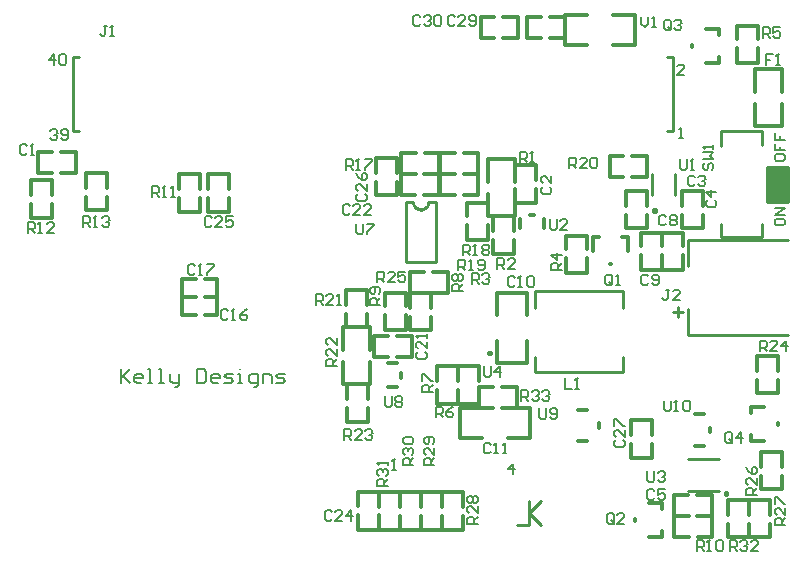
<source format=gto>
*%FSLAX23Y23*%
*%MOIN*%
G01*
%ADD11C,0.000*%
%ADD12C,0.001*%
%ADD13C,0.002*%
%ADD14C,0.006*%
%ADD15C,0.007*%
%ADD16C,0.007*%
%ADD17C,0.008*%
%ADD18C,0.010*%
%ADD19C,0.012*%
%ADD20C,0.015*%
%ADD21C,0.015*%
%ADD22C,0.018*%
%ADD23C,0.022*%
%ADD24C,0.024*%
%ADD25C,0.025*%
%ADD26C,0.029*%
%ADD27C,0.031*%
%ADD28C,0.031*%
%ADD29C,0.035*%
%ADD30C,0.035*%
%ADD31C,0.039*%
%ADD32C,0.039*%
%ADD33C,0.046*%
%ADD34C,0.050*%
%ADD35C,0.051*%
%ADD36C,0.051*%
%ADD37C,0.054*%
%ADD38C,0.055*%
%ADD39C,0.059*%
%ADD40C,0.059*%
%ADD41C,0.070*%
%ADD42C,0.074*%
%ADD43C,0.115*%
%ADD44C,0.135*%
%ADD45C,0.138*%
%ADD46C,0.138*%
%ADD47C,0.158*%
%ADD48C,0.158*%
%ADD49C,0.190*%
%ADD50C,0.194*%
%ADD51C,0.236*%
%ADD52C,0.240*%
%ADD53R,0.011X0.030*%
%ADD54R,0.012X0.030*%
%ADD55R,0.014X0.033*%
%ADD56R,0.014X0.037*%
%ADD57R,0.015X0.034*%
%ADD58R,0.016X0.034*%
%ADD59R,0.018X0.037*%
%ADD60R,0.018X0.041*%
%ADD61R,0.020X0.025*%
%ADD62R,0.021X0.021*%
%ADD63R,0.024X0.029*%
%ADD64R,0.025X0.020*%
%ADD65R,0.029X0.024*%
%ADD66R,0.030X0.011*%
%ADD67R,0.030X0.030*%
%ADD68R,0.031X0.031*%
%ADD69R,0.033X0.014*%
%ADD70R,0.034X0.015*%
%ADD71R,0.034X0.034*%
%ADD72R,0.035X0.035*%
%ADD73R,0.037X0.014*%
%ADD74R,0.037X0.018*%
%ADD75R,0.039X0.055*%
%ADD76R,0.039X0.014*%
%ADD77R,0.041X0.018*%
%ADD78R,0.043X0.059*%
%ADD79R,0.043X0.018*%
%ADD80R,0.047X0.055*%
%ADD81R,0.048X0.024*%
%ADD82R,0.050X0.023*%
%ADD83R,0.050X0.060*%
%ADD84R,0.050X0.135*%
%ADD85R,0.051X0.071*%
%ADD86R,0.051X0.059*%
%ADD87R,0.052X0.028*%
%ADD88R,0.054X0.027*%
%ADD89R,0.054X0.064*%
%ADD90R,0.054X0.139*%
%ADD91R,0.055X0.039*%
%ADD92R,0.055X0.075*%
%ADD93R,0.057X0.012*%
%ADD94R,0.057X0.067*%
%ADD95R,0.059X0.043*%
%ADD96R,0.060X0.060*%
%ADD97R,0.061X0.024*%
%ADD98R,0.061X0.051*%
%ADD99R,0.061X0.016*%
%ADD100R,0.061X0.071*%
%ADD101R,0.063X0.039*%
%ADD102R,0.064X0.064*%
%ADD103R,0.065X0.028*%
%ADD104R,0.065X0.055*%
%ADD105R,0.067X0.043*%
%ADD106R,0.085X0.030*%
%ADD107R,0.089X0.034*%
%ADD108R,0.094X0.030*%
%ADD109R,0.098X0.034*%
%ADD110R,0.104X0.104*%
%ADD111R,0.108X0.108*%
%ADD112R,0.116X0.138*%
%ADD113R,0.120X0.142*%
%ADD114R,0.134X0.059*%
%ADD115R,0.138X0.039*%
%ADD116R,0.138X0.063*%
%ADD117R,0.142X0.043*%
%ADD118R,0.169X0.169*%
%ADD119R,0.173X0.173*%
%ADD120R,0.250X0.250*%
D14*
X8997Y7594D02*
Y7639D01*
Y7609D02*
Y7594D01*
Y7609D02*
X9027Y7639D01*
X9004Y7616D01*
X9027Y7594D01*
X9049D02*
X9064D01*
X9049D02*
X9042Y7601D01*
Y7616D01*
X9049Y7624D01*
X9064D01*
X9072Y7616D01*
Y7609D01*
X9042D01*
X9087Y7594D02*
X9102D01*
X9094D01*
Y7639D01*
X9087D01*
X9124Y7594D02*
X9139D01*
X9132D01*
Y7639D01*
X9124D01*
X9162Y7624D02*
Y7601D01*
X9169Y7594D01*
X9192D01*
Y7587D01*
X9184Y7579D01*
X9177D01*
X9192Y7594D02*
Y7624D01*
X9252Y7639D02*
Y7594D01*
X9274D01*
X9282Y7601D01*
Y7631D01*
X9274Y7639D01*
X9252D01*
X9304Y7594D02*
X9319D01*
X9304D02*
X9297Y7601D01*
Y7616D01*
X9304Y7624D01*
X9319D01*
X9327Y7616D01*
Y7609D01*
X9297D01*
X9342Y7594D02*
X9364D01*
X9372Y7601D01*
X9364Y7609D01*
X9349D01*
X9342Y7616D01*
X9349Y7624D01*
X9372D01*
X9387Y7594D02*
X9402D01*
X9394D01*
Y7624D01*
X9387D01*
X9394Y7639D02*
X9395D01*
X9439Y7579D02*
X9447D01*
X9454Y7587D01*
Y7624D01*
X9432D01*
X9424Y7616D01*
Y7601D01*
X9432Y7594D01*
X9454D01*
X9469D02*
Y7624D01*
X9492D01*
X9499Y7616D01*
Y7594D01*
X9514D02*
X9537D01*
X9544Y7601D01*
X9537Y7609D01*
X9522D01*
X9514Y7616D01*
X9522Y7624D01*
X9544D01*
X8774Y8654D02*
Y8689D01*
X8757Y8671D01*
X8780D01*
X8792Y8683D02*
X8798Y8689D01*
X8809D01*
X8815Y8683D01*
Y8660D01*
X8809Y8654D01*
X8798D01*
X8792Y8660D01*
Y8683D01*
X8768Y8439D02*
X8762Y8433D01*
X8768Y8439D02*
X8779D01*
X8785Y8433D01*
Y8427D01*
X8786D01*
X8785D02*
X8786D01*
X8785D02*
X8786D01*
X8785D02*
X8779Y8421D01*
X8774D01*
X8779D01*
X8785Y8416D01*
Y8410D01*
X8779Y8404D01*
X8768D01*
X8762Y8410D01*
X8797D02*
X8803Y8404D01*
X8814D01*
X8820Y8410D01*
Y8433D01*
X8814Y8439D01*
X8803D01*
X8797Y8433D01*
Y8427D01*
X8803Y8421D01*
X8820D01*
X10852Y8619D02*
X10875D01*
X10852D02*
X10875Y8642D01*
Y8648D01*
X10869Y8654D01*
X10858D01*
X10852Y8648D01*
X10857Y8409D02*
X10869D01*
X10863D01*
Y8444D01*
X10864D01*
X10863D02*
X10857Y8438D01*
X11176Y8350D02*
Y8339D01*
X11182Y8333D01*
X11205D01*
X11211Y8339D01*
Y8350D01*
X11205Y8356D01*
X11182D01*
X11176Y8350D01*
Y8368D02*
Y8391D01*
Y8368D02*
X11194D01*
Y8380D01*
Y8368D01*
X11211D01*
X11176Y8403D02*
Y8426D01*
Y8403D02*
X11194D01*
Y8415D01*
Y8403D01*
X11211D01*
X11176Y8135D02*
Y8124D01*
X11182Y8118D01*
X11205D01*
X11211Y8124D01*
Y8135D01*
X11205Y8141D01*
X11182D01*
X11176Y8135D01*
Y8153D02*
X11211D01*
Y8176D02*
X11176Y8153D01*
Y8176D02*
X11211D01*
X10304Y7324D02*
Y7289D01*
X10287Y7306D02*
X10304Y7324D01*
X10310Y7306D02*
X10287D01*
X9914Y7304D02*
X9902D01*
X9908D02*
X9914D01*
X9908D02*
Y7339D01*
X9909D01*
X9908D02*
X9902Y7333D01*
X10769Y7239D02*
X10775Y7233D01*
X10769Y7239D02*
X10758D01*
X10752Y7233D01*
Y7210D01*
X10758Y7204D01*
X10769D01*
X10775Y7210D01*
X10787Y7239D02*
X10810D01*
X10787D02*
Y7221D01*
X10799Y7227D01*
X10804D01*
X10810Y7221D01*
Y7210D01*
X10804Y7204D01*
X10793D01*
X10787Y7210D01*
X10917Y7069D02*
Y7034D01*
Y7069D02*
X10934D01*
X10940Y7063D01*
Y7051D01*
X10934Y7046D01*
X10917D01*
X10929D02*
X10940Y7034D01*
X10952D02*
X10964D01*
X10958D01*
Y7069D01*
X10959D01*
X10958D02*
X10952Y7063D01*
X10981D02*
X10987Y7069D01*
X10999D01*
X11004Y7063D01*
Y7040D01*
X10999Y7034D01*
X10987D01*
X10981Y7040D01*
Y7063D01*
X11027Y7069D02*
Y7034D01*
Y7069D02*
X11044D01*
X11050Y7063D01*
Y7051D01*
X11044Y7046D01*
X11027D01*
X11039D02*
X11050Y7034D01*
X11062Y7063D02*
X11068Y7069D01*
X11079D01*
X11085Y7063D01*
Y7057D01*
X11086D01*
X11085D02*
X11086D01*
X11085D02*
X11086D01*
X11085D02*
X11079Y7051D01*
X11074D01*
X11079D01*
X11085Y7046D01*
Y7040D01*
X11079Y7034D01*
X11068D01*
X11062Y7040D01*
X11097Y7034D02*
X11120D01*
X11097D02*
X11120Y7057D01*
Y7063D01*
X11114Y7069D01*
X11103D01*
X11097Y7063D01*
X11177Y7119D02*
X11212D01*
X11177D02*
Y7136D01*
X11183Y7142D01*
X11195D01*
X11200Y7136D01*
Y7119D01*
Y7131D02*
X11212Y7142D01*
Y7154D02*
Y7177D01*
Y7154D02*
X11189Y7177D01*
X11183D01*
X11177Y7171D01*
Y7160D01*
X11183Y7154D01*
X11177Y7189D02*
Y7212D01*
X11183D01*
X11206Y7189D01*
X11212D01*
X10937Y8321D02*
X10943Y8327D01*
X10937Y8321D02*
Y8310D01*
X10943Y8304D01*
X10949D01*
X10955Y8310D01*
Y8321D01*
X10960Y8327D01*
X10966D01*
X10972Y8321D01*
Y8310D01*
X10966Y8304D01*
X10972Y8339D02*
X10937D01*
X10960Y8351D02*
X10972Y8339D01*
X10960Y8351D02*
X10972Y8362D01*
X10937D01*
X10972Y8374D02*
Y8386D01*
Y8380D01*
X10937D01*
X10938D01*
X10937D02*
X10943Y8374D01*
X10825Y7904D02*
X10814D01*
X10819D01*
Y7875D01*
X10814Y7869D01*
X10808D01*
X10802Y7875D01*
X10837Y7869D02*
X10860D01*
X10837D02*
X10860Y7892D01*
Y7898D01*
X10854Y7904D01*
X10843D01*
X10837Y7898D01*
X11127Y7734D02*
Y7699D01*
Y7734D02*
X11144D01*
X11150Y7728D01*
Y7716D01*
X11144Y7711D01*
X11127D01*
X11139D02*
X11150Y7699D01*
X11162D02*
X11185D01*
X11162D02*
X11185Y7722D01*
Y7728D01*
X11179Y7734D01*
X11168D01*
X11162Y7728D01*
X11214Y7734D02*
Y7699D01*
X11197Y7716D02*
X11214Y7734D01*
X11220Y7716D02*
X11197D01*
X11035Y7423D02*
Y7400D01*
Y7423D02*
X11029Y7429D01*
X11018D01*
X11012Y7423D01*
Y7400D01*
X11018Y7394D01*
X11029D01*
X11035D02*
X11024Y7406D01*
X11029Y7394D02*
X11035Y7400D01*
X11064Y7394D02*
Y7429D01*
X11047Y7411D01*
X11070D01*
X11082Y7219D02*
X11117D01*
X11082D02*
Y7236D01*
X11088Y7242D01*
X11100D01*
X11105Y7236D01*
Y7219D01*
Y7231D02*
X11117Y7242D01*
Y7254D02*
Y7277D01*
Y7254D02*
X11094Y7277D01*
X11088D01*
X11082Y7271D01*
Y7260D01*
X11088Y7254D01*
Y7301D02*
X11082Y7312D01*
X11088Y7301D02*
X11100Y7289D01*
X11111D01*
X11117Y7295D01*
Y7306D01*
X11111Y7312D01*
X11105D01*
X11100Y7306D01*
Y7289D01*
X10752Y7299D02*
Y7270D01*
X10758Y7264D01*
X10769D01*
X10775Y7270D01*
Y7299D01*
X10787Y7293D02*
X10793Y7299D01*
X10804D01*
X10810Y7293D01*
Y7287D01*
X10811D01*
X10810D02*
X10811D01*
X10810D02*
X10811D01*
X10810D02*
X10804Y7281D01*
X10799D01*
X10804D01*
X10810Y7276D01*
Y7270D01*
X10804Y7264D01*
X10793D01*
X10787Y7270D01*
X10807Y7505D02*
Y7534D01*
Y7505D02*
X10813Y7499D01*
X10824D01*
X10830Y7505D01*
Y7534D01*
X10842Y7499D02*
X10854D01*
X10848D01*
Y7534D01*
X10849D01*
X10848D02*
X10842Y7528D01*
X10871D02*
X10877Y7534D01*
X10889D01*
X10894Y7528D01*
Y7505D01*
X10889Y7499D01*
X10877D01*
X10871Y7505D01*
Y7528D01*
X10648Y7402D02*
X10642Y7396D01*
Y7385D01*
X10648Y7379D01*
X10671D01*
X10677Y7385D01*
Y7396D01*
X10671Y7402D01*
X10677Y7414D02*
Y7437D01*
Y7414D02*
X10654Y7437D01*
X10648D01*
X10642Y7431D01*
Y7420D01*
X10648Y7414D01*
X10642Y7449D02*
Y7472D01*
X10648D01*
X10671Y7449D01*
X10677D01*
X10640Y7153D02*
Y7130D01*
Y7153D02*
X10634Y7159D01*
X10623D01*
X10617Y7153D01*
Y7130D01*
X10623Y7124D01*
X10634D01*
X10640D02*
X10629Y7136D01*
X10634Y7124D02*
X10640Y7130D01*
X10652Y7124D02*
X10675D01*
X10652D02*
X10675Y7147D01*
Y7153D01*
X10669Y7159D01*
X10658D01*
X10652Y7153D01*
X9700Y7163D02*
X9694Y7169D01*
X9683D01*
X9677Y7163D01*
Y7140D01*
X9683Y7134D01*
X9694D01*
X9700Y7140D01*
X9712Y7134D02*
X9735D01*
X9712D02*
X9735Y7157D01*
Y7163D01*
X9729Y7169D01*
X9718D01*
X9712Y7163D01*
X9764Y7169D02*
Y7134D01*
X9747Y7151D02*
X9764Y7169D01*
X9770Y7151D02*
X9747D01*
X9852Y7249D02*
X9887D01*
X9852D02*
Y7266D01*
X9858Y7272D01*
X9870D01*
X9875Y7266D01*
Y7249D01*
Y7261D02*
X9887Y7272D01*
X9858Y7284D02*
X9852Y7290D01*
Y7301D01*
X9858Y7307D01*
X9864D01*
X9865D01*
X9864D02*
X9865D01*
X9864D02*
X9865D01*
X9864D02*
X9870Y7301D01*
Y7296D01*
Y7301D01*
X9875Y7307D01*
X9881D01*
X9887Y7301D01*
Y7290D01*
X9881Y7284D01*
X9887Y7319D02*
Y7331D01*
Y7325D01*
X9852D01*
X9853D01*
X9852D02*
X9858Y7319D01*
X10152Y7124D02*
X10187D01*
X10152D02*
Y7141D01*
X10158Y7147D01*
X10170D01*
X10175Y7141D01*
Y7124D01*
Y7136D02*
X10187Y7147D01*
Y7159D02*
Y7182D01*
Y7159D02*
X10164Y7182D01*
X10158D01*
X10152Y7176D01*
Y7165D01*
X10158Y7159D01*
Y7194D02*
X10152Y7200D01*
Y7211D01*
X10158Y7217D01*
X10164D01*
X10170Y7211D01*
X10175Y7217D01*
X10181D01*
X10187Y7211D01*
Y7200D01*
X10181Y7194D01*
X10175D01*
X10170Y7200D01*
X10164Y7194D01*
X10158D01*
X10170Y7200D02*
Y7211D01*
X10042Y7319D02*
X10007D01*
Y7336D01*
X10013Y7342D01*
X10025D01*
X10030Y7336D01*
Y7319D01*
Y7331D02*
X10042Y7342D01*
Y7354D02*
Y7377D01*
Y7354D02*
X10019Y7377D01*
X10013D01*
X10007Y7371D01*
Y7360D01*
X10013Y7354D01*
X10036Y7389D02*
X10042Y7395D01*
Y7406D01*
X10036Y7412D01*
X10013D01*
X10007Y7406D01*
Y7395D01*
X10013Y7389D01*
X10019D01*
X10025Y7395D01*
Y7412D01*
X9972Y7319D02*
X9937D01*
Y7336D01*
X9943Y7342D01*
X9955D01*
X9960Y7336D01*
Y7319D01*
Y7331D02*
X9972Y7342D01*
X9943Y7354D02*
X9937Y7360D01*
Y7371D01*
X9943Y7377D01*
X9949D01*
X9950D01*
X9949D02*
X9950D01*
X9949D02*
X9950D01*
X9949D02*
X9955Y7371D01*
Y7366D01*
Y7371D01*
X9960Y7377D01*
X9966D01*
X9972Y7371D01*
Y7360D01*
X9966Y7354D01*
X9943Y7389D02*
X9937Y7395D01*
Y7406D01*
X9943Y7412D01*
X9966D01*
X9972Y7406D01*
Y7395D01*
X9966Y7389D01*
X9943D01*
X10002Y7564D02*
X10037D01*
X10002D02*
Y7581D01*
X10008Y7587D01*
X10020D01*
X10025Y7581D01*
Y7564D01*
Y7576D02*
X10037Y7587D01*
X10002Y7599D02*
Y7622D01*
X10008D01*
X10031Y7599D01*
X10037D01*
X10047Y7514D02*
Y7479D01*
Y7514D02*
X10064D01*
X10070Y7508D01*
Y7496D01*
X10064Y7491D01*
X10047D01*
X10059D02*
X10070Y7479D01*
X10094Y7508D02*
X10105Y7514D01*
X10094Y7508D02*
X10082Y7496D01*
Y7485D01*
X10088Y7479D01*
X10099D01*
X10105Y7485D01*
Y7491D01*
X10099Y7496D01*
X10082D01*
X10332Y7534D02*
Y7569D01*
X10349D01*
X10355Y7563D01*
Y7551D01*
X10349Y7546D01*
X10332D01*
X10344D02*
X10355Y7534D01*
X10367Y7563D02*
X10373Y7569D01*
X10384D01*
X10390Y7563D01*
Y7557D01*
X10391D01*
X10390D02*
X10391D01*
X10390D02*
X10391D01*
X10390D02*
X10384Y7551D01*
X10379D01*
X10384D01*
X10390Y7546D01*
Y7540D01*
X10384Y7534D01*
X10373D01*
X10367Y7540D01*
X10402Y7563D02*
X10408Y7569D01*
X10419D01*
X10425Y7563D01*
Y7557D01*
X10426D01*
X10425D02*
X10426D01*
X10425D02*
X10426D01*
X10425D02*
X10419Y7551D01*
X10414D01*
X10419D01*
X10425Y7546D01*
Y7540D01*
X10419Y7534D01*
X10408D01*
X10402Y7540D01*
X10229Y7387D02*
X10223Y7393D01*
X10212D01*
X10206Y7387D01*
Y7364D01*
X10212Y7358D01*
X10223D01*
X10229Y7364D01*
X10241Y7358D02*
X10253D01*
X10247D01*
Y7393D01*
X10248D01*
X10247D02*
X10241Y7387D01*
X10270Y7358D02*
X10282D01*
X10276D01*
Y7393D01*
X10277D01*
X10276D02*
X10270Y7387D01*
X10392Y7480D02*
Y7509D01*
Y7480D02*
X10398Y7474D01*
X10409D01*
X10415Y7480D01*
Y7509D01*
X10427Y7480D02*
X10433Y7474D01*
X10444D01*
X10450Y7480D01*
Y7503D01*
X10444Y7509D01*
X10433D01*
X10427Y7503D01*
Y7497D01*
X10433Y7491D01*
X10450D01*
X10477Y7574D02*
Y7609D01*
Y7574D02*
X10500D01*
X10512D02*
X10524D01*
X10518D01*
Y7609D01*
X10519D01*
X10518D02*
X10512Y7603D01*
X10310Y7943D02*
X10304Y7949D01*
X10293D01*
X10287Y7943D01*
Y7920D01*
X10293Y7914D01*
X10304D01*
X10310Y7920D01*
X10322Y7914D02*
X10334D01*
X10328D01*
Y7949D01*
X10329D01*
X10328D02*
X10322Y7943D01*
X10351D02*
X10357Y7949D01*
X10369D01*
X10374Y7943D01*
Y7920D01*
X10369Y7914D01*
X10357D01*
X10351Y7920D01*
Y7943D01*
X10207Y7649D02*
Y7620D01*
X10213Y7614D01*
X10224D01*
X10230Y7620D01*
Y7649D01*
X10259D02*
Y7614D01*
X10242Y7631D02*
X10259Y7649D01*
X10265Y7631D02*
X10242D01*
X8686Y8093D02*
Y8128D01*
X8703D01*
X8709Y8122D01*
Y8110D01*
X8703Y8105D01*
X8686D01*
X8698D02*
X8709Y8093D01*
X8721D02*
X8733D01*
X8727D01*
Y8128D01*
X8728D01*
X8727D02*
X8721Y8122D01*
X8750Y8093D02*
X8773D01*
X8750D02*
X8773Y8116D01*
Y8122D01*
X8768Y8128D01*
X8756D01*
X8750Y8122D01*
X8684Y8382D02*
X8678Y8388D01*
X8667D01*
X8661Y8382D01*
Y8359D01*
X8667Y8353D01*
X8678D01*
X8684Y8359D01*
X8696Y8353D02*
X8708D01*
X8702D01*
Y8388D01*
X8703D01*
X8702D02*
X8696Y8382D01*
X8871Y8148D02*
Y8113D01*
Y8148D02*
X8888D01*
X8894Y8142D01*
Y8130D01*
X8888Y8125D01*
X8871D01*
X8883D02*
X8894Y8113D01*
X8906D02*
X8918D01*
X8912D01*
Y8148D01*
X8913D01*
X8912D02*
X8906Y8142D01*
X8935D02*
X8941Y8148D01*
X8953D01*
X8958Y8142D01*
Y8136D01*
X8959D01*
X8958D02*
X8959D01*
X8958D02*
X8959D01*
X8958D02*
X8953Y8130D01*
X8947D01*
X8953D01*
X8958Y8125D01*
Y8119D01*
X8953Y8113D01*
X8941D01*
X8935Y8119D01*
X9101Y8213D02*
Y8248D01*
X9118D01*
X9124Y8242D01*
Y8230D01*
X9118Y8225D01*
X9101D01*
X9113D02*
X9124Y8213D01*
X9136D02*
X9148D01*
X9142D01*
Y8248D01*
X9143D01*
X9142D02*
X9136Y8242D01*
X9165Y8213D02*
X9177D01*
X9171D01*
Y8248D01*
X9172D01*
X9171D02*
X9165Y8242D01*
X9293Y8148D02*
X9299Y8142D01*
X9293Y8148D02*
X9282D01*
X9276Y8142D01*
Y8119D01*
X9282Y8113D01*
X9293D01*
X9299Y8119D01*
X9311Y8113D02*
X9334D01*
X9311D02*
X9334Y8136D01*
Y8142D01*
X9328Y8148D01*
X9317D01*
X9311Y8142D01*
X9346Y8148D02*
X9369D01*
X9346D02*
Y8130D01*
X9358Y8136D01*
X9363D01*
X9369Y8130D01*
Y8119D01*
X9363Y8113D01*
X9352D01*
X9346Y8119D01*
X9827Y7854D02*
X9862D01*
X9827D02*
Y7871D01*
X9833Y7877D01*
X9845D01*
X9850Y7871D01*
Y7854D01*
Y7866D02*
X9862Y7877D01*
X9856Y7889D02*
X9862Y7895D01*
Y7906D01*
X9856Y7912D01*
X9833D01*
X9827Y7906D01*
Y7895D01*
X9833Y7889D01*
X9839D01*
X9845Y7895D01*
Y7912D01*
X10102Y7899D02*
X10137D01*
X10102D02*
Y7916D01*
X10108Y7922D01*
X10120D01*
X10125Y7916D01*
Y7899D01*
Y7911D02*
X10137Y7922D01*
X10108Y7934D02*
X10102Y7940D01*
Y7951D01*
X10108Y7957D01*
X10114D01*
X10120Y7951D01*
X10125Y7957D01*
X10131D01*
X10137Y7951D01*
Y7940D01*
X10131Y7934D01*
X10125D01*
X10120Y7940D01*
X10114Y7934D01*
X10108D01*
X10120Y7940D02*
Y7951D01*
X9852Y7964D02*
Y7929D01*
Y7964D02*
X9869D01*
X9875Y7958D01*
Y7946D01*
X9869Y7941D01*
X9852D01*
X9864D02*
X9875Y7929D01*
X9887D02*
X9910D01*
X9887D02*
X9910Y7952D01*
Y7958D01*
X9904Y7964D01*
X9893D01*
X9887Y7958D01*
X9922Y7964D02*
X9945D01*
X9922D02*
Y7946D01*
X9934Y7952D01*
X9939D01*
X9945Y7946D01*
Y7935D01*
X9939Y7929D01*
X9928D01*
X9922Y7935D01*
X9995Y8813D02*
X9989Y8819D01*
X9978D01*
X9972Y8813D01*
Y8790D01*
X9978Y8784D01*
X9989D01*
X9995Y8790D01*
X10007Y8813D02*
X10013Y8819D01*
X10024D01*
X10030Y8813D01*
Y8807D01*
X10031D01*
X10030D02*
X10031D01*
X10030D02*
X10031D01*
X10030D02*
X10024Y8801D01*
X10019D01*
X10024D01*
X10030Y8796D01*
Y8790D01*
X10024Y8784D01*
X10013D01*
X10007Y8790D01*
X10042Y8813D02*
X10048Y8819D01*
X10059D01*
X10065Y8813D01*
Y8790D01*
X10059Y8784D01*
X10048D01*
X10042Y8790D01*
Y8813D01*
X10104Y8819D02*
X10110Y8813D01*
X10104Y8819D02*
X10093D01*
X10087Y8813D01*
Y8790D01*
X10093Y8784D01*
X10104D01*
X10110Y8790D01*
X10122Y8784D02*
X10145D01*
X10122D02*
X10145Y8807D01*
Y8813D01*
X10139Y8819D01*
X10128D01*
X10122Y8813D01*
X10157Y8790D02*
X10163Y8784D01*
X10174D01*
X10180Y8790D01*
Y8813D01*
X10174Y8819D01*
X10163D01*
X10157Y8813D01*
Y8807D01*
X10163Y8801D01*
X10180D01*
X10732Y8791D02*
Y8814D01*
Y8791D02*
X10744Y8779D01*
X10755Y8791D01*
Y8814D01*
X10767Y8779D02*
X10779D01*
X10773D01*
Y8814D01*
X10774D01*
X10773D02*
X10767Y8808D01*
X10830Y8798D02*
Y8775D01*
Y8798D02*
X10824Y8804D01*
X10813D01*
X10807Y8798D01*
Y8775D01*
X10813Y8769D01*
X10824D01*
X10830D02*
X10819Y8781D01*
X10824Y8769D02*
X10830Y8775D01*
X10842Y8798D02*
X10848Y8804D01*
X10859D01*
X10865Y8798D01*
Y8792D01*
X10866D01*
X10865D02*
X10866D01*
X10865D02*
X10866D01*
X10865D02*
X10859Y8786D01*
X10854D01*
X10859D01*
X10865Y8781D01*
Y8775D01*
X10859Y8769D01*
X10848D01*
X10842Y8775D01*
X11137Y8779D02*
Y8744D01*
Y8779D02*
X11154D01*
X11160Y8773D01*
Y8761D01*
X11154Y8756D01*
X11137D01*
X11149D02*
X11160Y8744D01*
X11172Y8779D02*
X11195D01*
X11172D02*
Y8761D01*
X11184Y8767D01*
X11189D01*
X11195Y8761D01*
Y8750D01*
X11189Y8744D01*
X11178D01*
X11172Y8750D01*
X11170Y8689D02*
X11147D01*
Y8671D01*
X11159D01*
X11147D01*
Y8654D01*
X11182D02*
X11194D01*
X11188D01*
Y8689D01*
X11189D01*
X11188D02*
X11182Y8683D01*
X8950Y8784D02*
X8939D01*
X8944D01*
Y8755D01*
X8939Y8749D01*
X8933D01*
X8927Y8755D01*
X8962Y8749D02*
X8974D01*
X8968D01*
Y8784D01*
X8969D01*
X8968D02*
X8962Y8778D01*
X10492Y8344D02*
Y8309D01*
Y8344D02*
X10509D01*
X10515Y8338D01*
Y8326D01*
X10509Y8321D01*
X10492D01*
X10504D02*
X10515Y8309D01*
X10527D02*
X10550D01*
X10527D02*
X10550Y8332D01*
Y8338D01*
X10544Y8344D01*
X10533D01*
X10527Y8338D01*
X10562D02*
X10568Y8344D01*
X10579D01*
X10585Y8338D01*
Y8315D01*
X10579Y8309D01*
X10568D01*
X10562Y8315D01*
Y8338D01*
X10904Y8284D02*
X10910Y8278D01*
X10904Y8284D02*
X10893D01*
X10887Y8278D01*
Y8255D01*
X10893Y8249D01*
X10904D01*
X10910Y8255D01*
X10922Y8278D02*
X10928Y8284D01*
X10939D01*
X10945Y8278D01*
Y8272D01*
X10946D01*
X10945D02*
X10946D01*
X10945D02*
X10946D01*
X10945D02*
X10939Y8266D01*
X10934D01*
X10939D01*
X10945Y8261D01*
Y8255D01*
X10939Y8249D01*
X10928D01*
X10922Y8255D01*
X10861Y8309D02*
Y8338D01*
Y8309D02*
X10867Y8303D01*
X10878D01*
X10884Y8309D01*
Y8338D01*
X10896Y8303D02*
X10908D01*
X10902D01*
Y8338D01*
X10903D01*
X10902D02*
X10896Y8332D01*
X10953Y8202D02*
X10947Y8196D01*
Y8185D01*
X10953Y8179D01*
X10976D01*
X10982Y8185D01*
Y8196D01*
X10976Y8202D01*
X10982Y8231D02*
X10947D01*
X10965Y8214D01*
Y8237D01*
X10814Y8147D02*
X10808Y8153D01*
X10797D01*
X10791Y8147D01*
Y8124D01*
X10797Y8118D01*
X10808D01*
X10814Y8124D01*
X10826Y8147D02*
X10832Y8153D01*
X10843D01*
X10849Y8147D01*
Y8141D01*
X10843Y8135D01*
X10849Y8130D01*
Y8124D01*
X10843Y8118D01*
X10832D01*
X10826Y8124D01*
Y8130D01*
X10832Y8135D01*
X10826Y8141D01*
Y8147D01*
X10832Y8135D02*
X10843D01*
X10749Y7954D02*
X10755Y7948D01*
X10749Y7954D02*
X10738D01*
X10732Y7948D01*
Y7925D01*
X10738Y7919D01*
X10749D01*
X10755Y7925D01*
X10767D02*
X10773Y7919D01*
X10784D01*
X10790Y7925D01*
Y7948D01*
X10784Y7954D01*
X10773D01*
X10767Y7948D01*
Y7942D01*
X10773Y7936D01*
X10790D01*
X10635Y7925D02*
Y7948D01*
X10629Y7954D01*
X10618D01*
X10612Y7948D01*
Y7925D01*
X10618Y7919D01*
X10629D01*
X10635D02*
X10624Y7931D01*
X10629Y7919D02*
X10635Y7925D01*
X10647Y7919D02*
X10659D01*
X10653D01*
Y7954D01*
X10654D01*
X10653D02*
X10647Y7948D01*
X10467Y7969D02*
X10432D01*
Y7986D01*
X10438Y7992D01*
X10450D01*
X10455Y7986D01*
Y7969D01*
Y7981D02*
X10467Y7992D01*
Y8021D02*
X10432D01*
X10450Y8004D01*
Y8027D01*
X10252Y8009D02*
Y7974D01*
Y8009D02*
X10269D01*
X10275Y8003D01*
Y7991D01*
X10269Y7986D01*
X10252D01*
X10264D02*
X10275Y7974D01*
X10287D02*
X10310D01*
X10287D02*
X10310Y7997D01*
Y8003D01*
X10304Y8009D01*
X10293D01*
X10287Y8003D01*
X10427Y8110D02*
Y8139D01*
Y8110D02*
X10433Y8104D01*
X10444D01*
X10450Y8110D01*
Y8139D01*
X10462Y8104D02*
X10485D01*
X10462D02*
X10485Y8127D01*
Y8133D01*
X10479Y8139D01*
X10468D01*
X10462Y8133D01*
X10397Y8241D02*
X10403Y8247D01*
X10397Y8241D02*
Y8230D01*
X10403Y8224D01*
X10426D01*
X10432Y8230D01*
Y8241D01*
X10426Y8247D01*
X10432Y8259D02*
Y8282D01*
Y8259D02*
X10409Y8282D01*
X10403D01*
X10397Y8276D01*
Y8265D01*
X10403Y8259D01*
X10327Y8329D02*
Y8364D01*
X10344D01*
X10350Y8358D01*
Y8346D01*
X10344Y8341D01*
X10327D01*
X10339D02*
X10350Y8329D01*
X10362D02*
X10374D01*
X10368D01*
Y8364D01*
X10369D01*
X10368D02*
X10362Y8358D01*
X10167Y7959D02*
Y7924D01*
Y7959D02*
X10184D01*
X10190Y7953D01*
Y7941D01*
X10184Y7936D01*
X10167D01*
X10179D02*
X10190Y7924D01*
X10202Y7953D02*
X10208Y7959D01*
X10219D01*
X10225Y7953D01*
Y7947D01*
X10226D01*
X10225D02*
X10226D01*
X10225D02*
X10226D01*
X10225D02*
X10219Y7941D01*
X10214D01*
X10219D01*
X10225Y7936D01*
Y7930D01*
X10219Y7924D01*
X10208D01*
X10202Y7930D01*
X10122Y7969D02*
Y8004D01*
X10139D01*
X10145Y7998D01*
Y7986D01*
X10139Y7981D01*
X10122D01*
X10134D02*
X10145Y7969D01*
X10157D02*
X10169D01*
X10163D01*
Y8004D01*
X10164D01*
X10163D02*
X10157Y7998D01*
X10186Y7975D02*
X10192Y7969D01*
X10204D01*
X10209Y7975D01*
Y7998D01*
X10204Y8004D01*
X10192D01*
X10186Y7998D01*
Y7992D01*
X10192Y7986D01*
X10209D01*
X10137Y8019D02*
Y8054D01*
X10154D01*
X10160Y8048D01*
Y8036D01*
X10154Y8031D01*
X10137D01*
X10149D02*
X10160Y8019D01*
X10172D02*
X10184D01*
X10178D01*
Y8054D01*
X10179D01*
X10178D02*
X10172Y8048D01*
X10201D02*
X10207Y8054D01*
X10219D01*
X10224Y8048D01*
Y8042D01*
X10219Y8036D01*
X10224Y8031D01*
Y8025D01*
X10219Y8019D01*
X10207D01*
X10201Y8025D01*
Y8031D01*
X10207Y8036D01*
X10201Y8042D01*
Y8048D01*
X10207Y8036D02*
X10219D01*
X9747Y8304D02*
Y8339D01*
X9764D01*
X9770Y8333D01*
Y8321D01*
X9764Y8316D01*
X9747D01*
X9759D02*
X9770Y8304D01*
X9782D02*
X9794D01*
X9788D01*
Y8339D01*
X9789D01*
X9788D02*
X9782Y8333D01*
X9811Y8339D02*
X9834D01*
Y8333D01*
X9811Y8310D01*
Y8304D01*
X9754Y8189D02*
X9760Y8183D01*
X9754Y8189D02*
X9743D01*
X9737Y8183D01*
Y8160D01*
X9743Y8154D01*
X9754D01*
X9760Y8160D01*
X9772Y8154D02*
X9795D01*
X9772D02*
X9795Y8177D01*
Y8183D01*
X9789Y8189D01*
X9778D01*
X9772Y8183D01*
X9807Y8154D02*
X9830D01*
X9807D02*
X9830Y8177D01*
Y8183D01*
X9824Y8189D01*
X9813D01*
X9807Y8183D01*
X9782Y8216D02*
X9788Y8222D01*
X9782Y8216D02*
Y8205D01*
X9788Y8199D01*
X9811D01*
X9817Y8205D01*
Y8216D01*
X9811Y8222D01*
X9817Y8234D02*
Y8257D01*
Y8234D02*
X9794Y8257D01*
X9788D01*
X9782Y8251D01*
Y8240D01*
X9788Y8234D01*
Y8281D02*
X9782Y8292D01*
X9788Y8281D02*
X9800Y8269D01*
X9811D01*
X9817Y8275D01*
Y8286D01*
X9811Y8292D01*
X9805D01*
X9800Y8286D01*
Y8269D01*
X9782Y8124D02*
Y8095D01*
X9788Y8089D01*
X9799D01*
X9805Y8095D01*
Y8124D01*
X9817D02*
X9840D01*
Y8118D01*
X9817Y8095D01*
Y8089D01*
X9647Y7889D02*
Y7854D01*
Y7889D02*
X9664D01*
X9670Y7883D01*
Y7871D01*
X9664Y7866D01*
X9647D01*
X9659D02*
X9670Y7854D01*
X9682D02*
X9705D01*
X9682D02*
X9705Y7877D01*
Y7883D01*
X9699Y7889D01*
X9688D01*
X9682Y7883D01*
X9717Y7854D02*
X9729D01*
X9723D01*
Y7889D01*
X9724D01*
X9723D02*
X9717Y7883D01*
X9981Y7690D02*
X9987Y7696D01*
X9981Y7690D02*
Y7679D01*
X9987Y7673D01*
X10010D01*
X10016Y7679D01*
Y7690D01*
X10010Y7696D01*
X10016Y7708D02*
Y7731D01*
Y7708D02*
X9993Y7731D01*
X9987D01*
X9981Y7725D01*
Y7714D01*
X9987Y7708D01*
X10016Y7743D02*
Y7755D01*
Y7749D01*
X9981D01*
X9982D01*
X9981D02*
X9987Y7743D01*
X9877Y7549D02*
Y7520D01*
X9883Y7514D01*
X9894D01*
X9900Y7520D01*
Y7549D01*
X9912Y7543D02*
X9918Y7549D01*
X9929D01*
X9935Y7543D01*
Y7537D01*
X9929Y7531D01*
X9935Y7526D01*
Y7520D01*
X9929Y7514D01*
X9918D01*
X9912Y7520D01*
Y7526D01*
X9918Y7531D01*
X9912Y7537D01*
Y7543D01*
X9918Y7531D02*
X9929D01*
X9717Y7649D02*
X9682D01*
Y7666D01*
X9688Y7672D01*
X9700D01*
X9705Y7666D01*
Y7649D01*
Y7661D02*
X9717Y7672D01*
Y7684D02*
Y7707D01*
Y7684D02*
X9694Y7707D01*
X9688D01*
X9682Y7701D01*
Y7690D01*
X9688Y7684D01*
X9717Y7719D02*
Y7742D01*
Y7719D02*
X9694Y7742D01*
X9688D01*
X9682Y7736D01*
Y7725D01*
X9688Y7719D01*
X9742Y7439D02*
Y7404D01*
Y7439D02*
X9759D01*
X9765Y7433D01*
Y7421D01*
X9759Y7416D01*
X9742D01*
X9754D02*
X9765Y7404D01*
X9777D02*
X9800D01*
X9777D02*
X9800Y7427D01*
Y7433D01*
X9794Y7439D01*
X9783D01*
X9777Y7433D01*
X9812D02*
X9818Y7439D01*
X9829D01*
X9835Y7433D01*
Y7427D01*
X9836D01*
X9835D02*
X9836D01*
X9835D02*
X9836D01*
X9835D02*
X9829Y7421D01*
X9824D01*
X9829D01*
X9835Y7416D01*
Y7410D01*
X9829Y7404D01*
X9818D01*
X9812Y7410D01*
X9244Y7982D02*
X9238Y7988D01*
X9227D01*
X9221Y7982D01*
Y7959D01*
X9227Y7953D01*
X9238D01*
X9244Y7959D01*
X9256Y7953D02*
X9268D01*
X9262D01*
Y7988D01*
X9263D01*
X9262D02*
X9256Y7982D01*
X9285Y7988D02*
X9308D01*
Y7982D01*
X9285Y7959D01*
Y7953D01*
X9348Y7838D02*
X9354Y7832D01*
X9348Y7838D02*
X9337D01*
X9331Y7832D01*
Y7809D01*
X9337Y7803D01*
X9348D01*
X9354Y7809D01*
X9366Y7803D02*
X9378D01*
X9372D01*
Y7838D01*
X9373D01*
X9372D02*
X9366Y7832D01*
X9407D02*
X9418Y7838D01*
X9407Y7832D02*
X9395Y7820D01*
Y7809D01*
X9401Y7803D01*
X9413D01*
X9418Y7809D01*
Y7815D01*
X9413Y7820D01*
X9395D01*
D18*
X10222Y7697D02*
Y7689D01*
Y7697D02*
X10230D01*
Y7689D01*
X10222D01*
X10771Y8163D02*
Y8172D01*
X10780D01*
Y8163D01*
X10771D01*
X10837Y7829D02*
X10870D01*
X10854Y7846D02*
Y7812D01*
X11173Y8199D02*
Y8311D01*
X11212D02*
Y8200D01*
X11204Y8199D02*
Y8311D01*
X11198Y8310D02*
Y8199D01*
X11190Y8201D02*
Y8310D01*
X11182Y8311D02*
Y8201D01*
X11165Y8199D02*
Y8311D01*
X11157D02*
Y8196D01*
X11149D02*
Y8314D01*
X11222D02*
Y8196D01*
X11135Y8385D02*
Y8432D01*
Y8122D02*
Y8078D01*
X10997Y8384D02*
Y8432D01*
Y8122D02*
Y8078D01*
X11204Y8311D02*
X11212D01*
X11204Y8199D02*
X11198D01*
Y8310D02*
X11190D01*
Y8201D02*
X11182D01*
Y8311D02*
X11173D01*
Y8199D02*
X11165D01*
Y8311D02*
X11157D01*
Y8196D02*
X11149D01*
Y8314D02*
X11222D01*
Y8196D02*
X11149D01*
X11135Y8432D02*
X10997D01*
Y8078D02*
X11135D01*
X10887Y8069D02*
Y7984D01*
Y7839D02*
Y7754D01*
Y8069D02*
X11222D01*
Y7754D02*
X10887D01*
X11009Y7221D02*
X11017D01*
X11009D02*
Y7229D01*
X11017D01*
Y7221D01*
X10992Y7339D02*
X10887D01*
Y7234D02*
X10992D01*
X10397Y7119D02*
X10357Y7159D01*
X10397Y7199D01*
X10357D02*
Y7119D01*
X10317D01*
X10672Y7629D02*
Y7679D01*
X10377D02*
Y7629D01*
X10672Y7844D02*
Y7899D01*
X10377D02*
Y7844D01*
Y7629D02*
X10672D01*
Y7899D02*
X10377D01*
X8837Y8434D02*
Y8679D01*
X10837D02*
Y8434D01*
X8857D02*
X8837D01*
Y8679D02*
X8857D01*
X10817D02*
X10837D01*
Y8434D02*
X10817D01*
X10844Y8291D02*
Y8220D01*
X10766D02*
Y8291D01*
X10021Y8196D02*
X10021Y8193D01*
X10020Y8190D01*
X10019Y8187D01*
X10018Y8184D01*
X10016Y8181D01*
X10014Y8179D01*
X10011Y8177D01*
X10008Y8175D01*
X10006Y8173D01*
X10002Y8172D01*
X9999Y8172D01*
X9996Y8171D01*
X9993Y8172D01*
X9989Y8172D01*
X9986Y8173D01*
X9983Y8175D01*
X9981Y8177D01*
X9978Y8179D01*
X9976Y8181D01*
X9974Y8184D01*
X9973Y8187D01*
X9972Y8190D01*
X9971Y8193D01*
X9971Y8196D01*
X10046D02*
Y7996D01*
X9946D02*
Y8196D01*
X9971D01*
X10021D02*
X10046D01*
Y7996D02*
X9946D01*
D19*
X10967Y7219D02*
Y7149D01*
X10842D02*
Y7219D01*
X10917D02*
X10967D01*
Y7149D02*
X10917D01*
X10887D02*
X10842D01*
Y7219D02*
X10887D01*
X10967Y7149D02*
Y7079D01*
X10842D02*
Y7149D01*
X10922Y7079D02*
X10967D01*
Y7149D02*
X10922D01*
X10892D02*
X10842D01*
Y7079D02*
X10892D01*
X11022Y7154D02*
Y7204D01*
X11092D02*
Y7154D01*
Y7124D02*
Y7079D01*
X11022D02*
Y7124D01*
Y7204D02*
X11092D01*
Y7079D02*
X11022D01*
X11092Y7154D02*
Y7204D01*
X11162D02*
Y7154D01*
Y7124D02*
Y7079D01*
X11092D02*
Y7124D01*
Y7204D02*
X11162D01*
Y7079D02*
X11092D01*
X11117Y7559D02*
Y7604D01*
X11187D02*
Y7559D01*
Y7634D02*
Y7684D01*
X11117D02*
Y7634D01*
Y7559D02*
X11187D01*
Y7684D02*
X11117D01*
X11097Y7514D02*
Y7494D01*
X11187Y7459D02*
Y7454D01*
X11097Y7419D02*
Y7399D01*
Y7514D02*
X11142D01*
Y7399D02*
X11097D01*
X11132Y7284D02*
Y7239D01*
X11202D02*
Y7284D01*
Y7314D02*
Y7364D01*
X11132D02*
Y7314D01*
Y7239D02*
X11202D01*
Y7364D02*
X11132D01*
X10962Y7429D02*
Y7444D01*
X10942Y7489D02*
X10912D01*
Y7384D02*
X10942D01*
X10697Y7389D02*
Y7344D01*
X10767D02*
Y7389D01*
Y7419D02*
Y7469D01*
X10697D02*
Y7419D01*
Y7344D02*
X10767D01*
Y7469D02*
X10697D01*
X10802Y7099D02*
Y7079D01*
X10712Y7134D02*
Y7139D01*
X10802Y7174D02*
Y7194D01*
Y7079D02*
X10757D01*
Y7194D02*
X10802D01*
X9857Y7154D02*
Y7104D01*
X9787D02*
Y7154D01*
Y7184D02*
Y7229D01*
X9857D02*
Y7184D01*
Y7104D02*
X9787D01*
Y7229D02*
X9857D01*
Y7149D02*
Y7104D01*
X9927D02*
Y7149D01*
Y7179D02*
Y7229D01*
X9857D02*
Y7179D01*
Y7104D02*
X9927D01*
Y7229D02*
X9857D01*
X10067Y7149D02*
Y7104D01*
X10137D02*
Y7149D01*
Y7179D02*
Y7229D01*
X10067D02*
Y7179D01*
Y7104D02*
X10137D01*
Y7229D02*
X10067D01*
X9997Y7149D02*
Y7104D01*
X10067D02*
Y7149D01*
Y7179D02*
Y7229D01*
X9997D02*
Y7179D01*
Y7104D02*
X10067D01*
Y7229D02*
X9997D01*
X9927Y7149D02*
Y7104D01*
X9997D02*
Y7149D01*
Y7179D02*
Y7229D01*
X9927D02*
Y7179D01*
Y7104D02*
X9997D01*
Y7229D02*
X9927D01*
X10052Y7524D02*
Y7569D01*
X10122D02*
Y7524D01*
Y7599D02*
Y7649D01*
X10052D02*
Y7599D01*
Y7524D02*
X10122D01*
Y7649D02*
X10052D01*
X10122Y7569D02*
Y7524D01*
X10192D02*
Y7569D01*
Y7599D02*
Y7649D01*
X10122D02*
Y7599D01*
Y7524D02*
X10192D01*
Y7649D02*
X10122D01*
X10192Y7579D02*
Y7509D01*
X10317D02*
Y7579D01*
X10237D02*
X10192D01*
Y7509D02*
X10237D01*
X10267D02*
X10317D01*
Y7579D02*
X10267D01*
X10362Y7509D02*
Y7409D01*
X10127D02*
Y7509D01*
X10287Y7409D02*
X10362D01*
Y7509D02*
X10287D01*
X10202D02*
X10127D01*
Y7409D02*
X10202D01*
X10590Y7444D02*
Y7459D01*
X10552Y7399D02*
X10522D01*
Y7504D02*
X10552D01*
X10252Y7659D02*
Y7734D01*
X10352D02*
Y7659D01*
Y7819D02*
Y7894D01*
X10252D02*
Y7819D01*
Y7659D02*
X10352D01*
Y7894D02*
X10252D01*
X8696Y8143D02*
Y8188D01*
X8766D02*
Y8143D01*
Y8218D02*
Y8268D01*
X8696D02*
Y8218D01*
Y8143D02*
X8766D01*
Y8268D02*
X8696D01*
X8721Y8293D02*
Y8363D01*
X8846D02*
Y8293D01*
X8766Y8363D02*
X8721D01*
Y8293D02*
X8766D01*
X8796D02*
X8846D01*
Y8363D02*
X8796D01*
X8881Y8213D02*
Y8168D01*
X8951D02*
Y8213D01*
Y8243D02*
Y8293D01*
X8881D02*
Y8243D01*
Y8168D02*
X8951D01*
Y8293D02*
X8881D01*
X9191Y8208D02*
Y8163D01*
X9261D02*
Y8208D01*
Y8238D02*
Y8288D01*
X9191D02*
Y8238D01*
Y8163D02*
X9261D01*
Y8288D02*
X9191D01*
X9286Y8208D02*
Y8163D01*
X9356D02*
Y8208D01*
Y8238D02*
Y8288D01*
X9286D02*
Y8238D01*
Y8163D02*
X9356D01*
Y8288D02*
X9286D01*
X9947Y7894D02*
Y7849D01*
X9877D02*
Y7894D01*
Y7819D02*
Y7769D01*
X9947D02*
Y7819D01*
Y7894D02*
X9877D01*
Y7769D02*
X9947D01*
X9962D02*
Y7814D01*
X10032D02*
Y7769D01*
Y7844D02*
Y7894D01*
X9962D02*
Y7844D01*
Y7769D02*
X10032D01*
Y7894D02*
X9962D01*
Y7964D01*
X10087D02*
Y7894D01*
X10007Y7964D02*
X9962D01*
Y7894D02*
X10007D01*
X10037D02*
X10087D01*
Y7964D02*
X10037D01*
X10197Y8744D02*
Y8814D01*
X10322D02*
Y8744D01*
X10242Y8814D02*
X10197D01*
Y8744D02*
X10242D01*
X10272D02*
X10322D01*
Y8814D02*
X10272D01*
X10352D02*
Y8744D01*
X10477D02*
Y8814D01*
X10397D02*
X10352D01*
Y8744D02*
X10397D01*
X10427D02*
X10477D01*
Y8814D02*
X10427D01*
X10712Y8819D02*
Y8719D01*
X10477D02*
Y8819D01*
X10637D02*
X10712D01*
Y8719D02*
X10637D01*
X10552D02*
X10477D01*
Y8819D02*
X10552D01*
X10992Y8774D02*
Y8754D01*
X10902Y8719D02*
Y8714D01*
X10992Y8679D02*
Y8659D01*
Y8774D02*
X10947D01*
Y8659D02*
X10992D01*
X11122Y8739D02*
Y8784D01*
X11052D02*
Y8739D01*
Y8709D02*
Y8659D01*
X11122D02*
Y8709D01*
Y8784D02*
X11052D01*
Y8659D02*
X11122D01*
X11112Y8524D02*
Y8449D01*
X11202D02*
Y8524D01*
Y8564D02*
Y8639D01*
X11112D02*
Y8564D01*
Y8449D02*
X11202D01*
Y8639D02*
X11112D01*
X10627Y8349D02*
Y8279D01*
X10752D02*
Y8349D01*
X10672D02*
X10627D01*
Y8279D02*
X10672D01*
X10702D02*
X10752D01*
Y8349D02*
X10702D01*
X10681Y8153D02*
Y8108D01*
X10751D02*
Y8153D01*
Y8183D02*
Y8233D01*
X10681D02*
Y8183D01*
Y8108D02*
X10751D01*
Y8233D02*
X10681D01*
X10866Y8153D02*
Y8108D01*
X10936D02*
Y8153D01*
Y8183D02*
Y8233D01*
X10866D02*
Y8183D01*
Y8108D02*
X10936D01*
Y8233D02*
X10866D01*
X10871Y8093D02*
Y8048D01*
X10801D02*
Y8093D01*
Y8018D02*
Y7968D01*
X10871D02*
Y8018D01*
Y8093D02*
X10801D01*
Y7968D02*
X10871D01*
X10801Y8048D02*
Y8093D01*
X10731D02*
Y8048D01*
Y8018D02*
Y7968D01*
X10801D02*
Y8018D01*
Y8093D02*
X10731D01*
Y7968D02*
X10801D01*
X10687Y8034D02*
Y8079D01*
X10572D02*
Y8034D01*
X10667Y8079D02*
X10687D01*
X10632Y7989D02*
X10627D01*
X10592Y8079D02*
X10572D01*
X10551Y8083D02*
Y8038D01*
X10481D02*
Y8083D01*
Y8008D02*
Y7958D01*
X10551D02*
Y8008D01*
Y8083D02*
X10481D01*
Y7958D02*
X10551D01*
X10237Y8024D02*
Y8069D01*
X10307D02*
Y8024D01*
Y8099D02*
Y8149D01*
X10237D02*
Y8099D01*
Y8024D02*
X10307D01*
Y8149D02*
X10237D01*
X10407Y8139D02*
Y8109D01*
X10327D02*
Y8139D01*
X10360Y8153D02*
X10375D01*
X10312Y8194D02*
Y8239D01*
X10382D02*
Y8194D01*
Y8269D02*
Y8319D01*
X10312D02*
Y8269D01*
Y8194D02*
X10382D01*
Y8319D02*
X10312D01*
X10222Y8224D02*
Y8149D01*
X10312D02*
Y8224D01*
Y8264D02*
Y8339D01*
X10222D02*
Y8264D01*
Y8149D02*
X10312D01*
Y8339D02*
X10222D01*
X10221Y8193D02*
Y8148D01*
X10151D02*
Y8193D01*
Y8118D02*
Y8068D01*
X10221D02*
Y8118D01*
Y8193D02*
X10151D01*
Y8068D02*
X10221D01*
X10186Y8218D02*
Y8288D01*
X10061D02*
Y8218D01*
X10141D02*
X10186D01*
Y8288D02*
X10141D01*
X10111D02*
X10061D01*
Y8218D02*
X10111D01*
X10186Y8288D02*
Y8358D01*
X10061D02*
Y8288D01*
X10141D02*
X10186D01*
Y8358D02*
X10141D01*
X10111D02*
X10061D01*
Y8288D02*
X10111D01*
X10056D02*
Y8358D01*
X9931D02*
Y8288D01*
X10011D02*
X10056D01*
Y8358D02*
X10011D01*
X9981D02*
X9931D01*
Y8288D02*
X9981D01*
X9931D02*
Y8218D01*
X10056D02*
Y8288D01*
X9976D02*
X9931D01*
Y8218D02*
X9976D01*
X10006D02*
X10056D01*
Y8288D02*
X10006D01*
X9846Y8263D02*
Y8218D01*
X9916D02*
Y8263D01*
Y8293D02*
Y8343D01*
X9846D02*
Y8293D01*
Y8218D02*
X9916D01*
Y8343D02*
X9846D01*
X9747Y7824D02*
Y7779D01*
X9817D02*
Y7824D01*
Y7854D02*
Y7904D01*
X9747D02*
Y7854D01*
Y7779D02*
X9817D01*
Y7904D02*
X9747D01*
X9842Y7749D02*
Y7679D01*
X9967D02*
Y7749D01*
X9887D02*
X9842D01*
Y7679D02*
X9887D01*
X9917D02*
X9967D01*
Y7749D02*
X9917D01*
X9931Y7626D02*
Y7611D01*
X9917Y7579D02*
X9887D01*
Y7659D02*
X9917D01*
X9737Y7664D02*
Y7589D01*
X9827D02*
Y7664D01*
Y7704D02*
Y7779D01*
X9737D02*
Y7704D01*
Y7589D02*
X9827D01*
Y7779D02*
X9737D01*
X9752Y7509D02*
Y7464D01*
X9822D02*
Y7509D01*
Y7539D02*
Y7589D01*
X9752D02*
Y7539D01*
Y7464D02*
X9822D01*
Y7589D02*
X9752D01*
X9318Y7878D02*
Y7938D01*
X9201D02*
Y7878D01*
X9276Y7938D02*
X9318D01*
Y7878D02*
X9276D01*
X9246D02*
X9201D01*
Y7938D02*
X9246D01*
X9318Y7878D02*
Y7818D01*
X9201D02*
Y7878D01*
X9276D02*
X9318D01*
Y7818D02*
X9276D01*
X9246D02*
X9201D01*
Y7878D02*
X9246D01*
D02*
M02*

</source>
